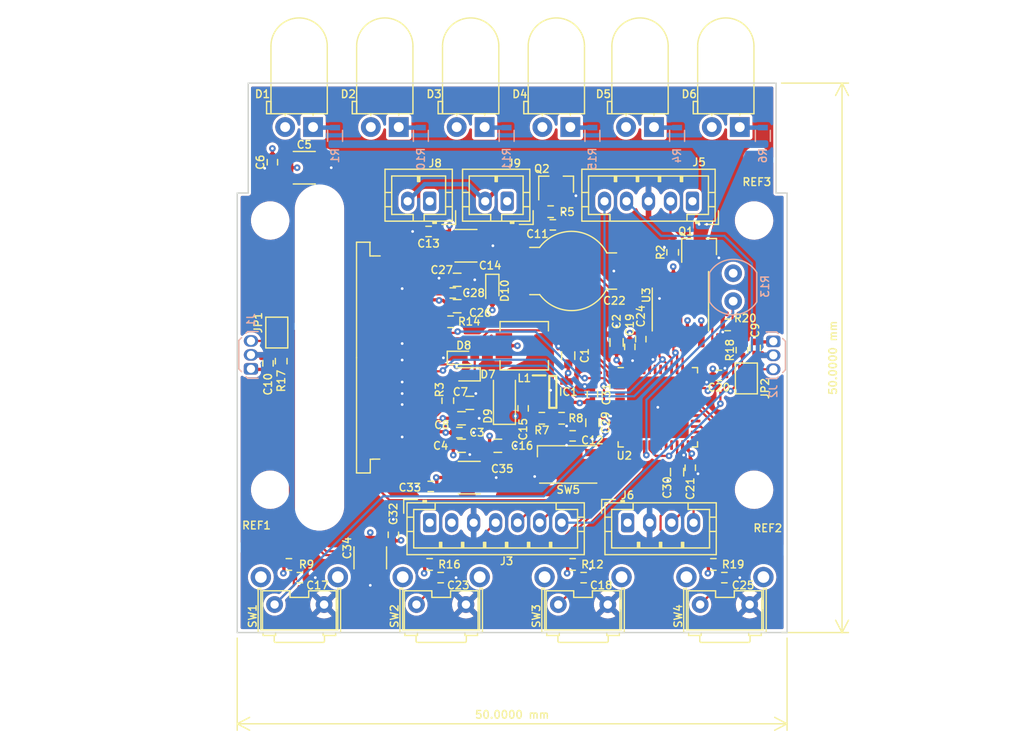
<source format=kicad_pcb>
(kicad_pcb (version 20210925) (generator pcbnew)
  (title_block (title "VESC_UI") (date "2021-08-06") (rev "v2.0.0"))
  (layers (0 "F.Cu" signal) (1 "In1.Cu" power "In1.Cu_GND") (2 "In2.Cu" power "In2.Cu_+3.3") (31 "B.Cu" signal) (34 "B.Paste" user) (35 "F.Paste" user) (36 "B.SilkS" user "B.Silkscreen") (37 "F.SilkS" user "F.Silkscreen") (38 "B.Mask" user) (39 "F.Mask" user) (44 "Edge.Cuts" user))
  (net 0 "")
  (net 1 "GND")
  (net 2 "+5V")
  (net 3 "+12V")
  (net 4 "/NRST")
  (net 5 "Net-(C22-Pad1)")
  (net 6 "Net-(D1-Pad1)")
  (net 7 "Net-(D2-Pad1)")
  (net 8 "Net-(D3-Pad1)")
  (net 9 "Net-(D4-Pad1)")
  (net 10 "Net-(D5-Pad1)")
  (net 11 "Net-(D6-Pad1)")
  (net 12 "Net-(J1-Pad3)")
  (net 13 "Net-(J2-Pad3)")
  (net 14 "/Accelerator")
  (net 15 "/USART2_TX")
  (net 16 "/USART2_RX")
  (net 17 "/Brake")
  (net 18 "/SWDCLK")
  (net 19 "/SWDIO")
  (net 20 "/USART1_TX")
  (net 21 "/USART1_RX")
  (net 22 "/SPI1_MOSI")
  (net 23 "/SPI1_SCK")
  (net 24 "/OLED_CS")
  (net 25 "/OLED_DC")
  (net 26 "/OLED_RST")
  (net 27 "Net-(Q1-Pad3)")
  (net 28 "/BUTTON_1")
  (net 29 "/BUTTON_2")
  (net 30 "/BUTTON_3")
  (net 31 "/BUTTON_4")
  (net 32 "/PHOTO_RESISTOR")
  (net 33 "/ADC1")
  (net 34 "/ADC2")
  (net 35 "/LIGHT_SW")
  (net 36 "/BUZZER")
  (net 37 "+3.3V")
  (net 38 "Net-(C7-Pad1)")
  (net 39 "Net-(C11-Pad2)")
  (net 40 "Net-(C15-Pad1)")
  (net 41 "Net-(C27-Pad1)")
  (net 42 "/EXT_FLASH_CS")
  (net 43 "Net-(C30-Pad1)")
  (net 44 "/SPI1_MISO")
  (net 45 "Net-(D7-Pad2)")
  (net 46 "Net-(D7-Pad1)")
  (net 47 "Net-(D9-Pad2)")
  (net 48 "Net-(K1-Pad22)")
  (net 49 "Net-(J8-Pad2)")
  (net 50 "Net-(K1-Pad5)")
  (footprint "LED_THT:LED_D5.0mm_Horizontal_O1.27mm_Z3.0mm_Clear" (layer "F.Cu") (at 159.7 79 180)
    (fp_text reference "D6")
    (fp_text value "LED 5mm - White")
  )
  (footprint "LED_THT:LED_D5.0mm_Horizontal_O1.27mm_Z3.0mm_Clear" (layer "F.Cu") (at 136.5 79 180)
    (fp_text reference "D3")
    (fp_text value "LED 5mm - White")
  )
  (footprint "DVB_Capacitors_Ceramic:C_0402" (layer "F.Cu") (at 144.5 107.1)
    (fp_text reference "C12")
    (fp_text value "C_0002")
  )
  (footprint "DVB_Capacitors_Ceramic:C_0402" (layer "F.Cu") (at 149.7 99 90)
    (fp_text reference "C19")
    (fp_text value "C_0002")
  )
  (footprint "LED_THT:LED_D5.0mm_Horizontal_O1.27mm_Z3.0mm_Clear" (layer "F.Cu") (at 120.9 79 180)
    (fp_text reference "D1")
    (fp_text value "LED 5mm - White")
  )
  (footprint "LED_THT:LED_D5.0mm_Horizontal_O1.27mm_Z3.0mm_Clear" (layer "F.Cu") (at 128.69 79 180)
    (fp_text reference "D2")
    (fp_text value "LED 5mm - White")
  )
  (footprint "LED_THT:LED_D5.0mm_Horizontal_O1.27mm_Z3.0mm_Clear" (layer "F.Cu") (at 144.29 79 180)
    (fp_text reference "D4")
    (fp_text value "LED 5mm - White")
  )
  (footprint "LED_THT:LED_D5.0mm_Horizontal_O1.27mm_Z3.0mm_Clear" (layer "F.Cu") (at 151.9 79 180)
    (fp_text reference "D5")
    (fp_text value "LED 5mm - White")
  )
  (footprint "DVB_Diodes:D_SOD-523-F" (layer "F.Cu") (at 137.2 93.9 -90)
    (fp_text reference "D10")
    (fp_text value "D_0022")
  )
  (footprint "Connector_JST:JST_PH_B5B-PH-K_1x05_P2.00mm_Vertical" (layer "F.Cu") (at 155.4 85.75 180)
    (fp_text reference "J5")
    (fp_text value "Conn_01x05_Male")
  )
  (footprint "Connector_JST:JST_PH_B4B-PH-K_1x04_P2.00mm_Vertical" (layer "F.Cu") (at 149.5 115)
    (fp_text reference "J6")
    (fp_text value "Conn_01x04_Male")
  )
  (footprint "DVB_Resistors:R_0402" (layer "F.Cu") (at 133.15 103.9 90)
    (fp_text reference "R3")
    (fp_text value "R_0110")
  )
  (footprint "DVB_Resistors:R_0402" (layer "F.Cu") (at 142.5 86.7 180)
    (fp_text reference "R5")
    (fp_text value "R_0034")
  )
  (footprint "DVB_Resistors:R_0402" (layer "F.Cu") (at 144.5 118.8 180)
    (fp_text reference "R12")
    (fp_text value "R_0020")
  )
  (footprint "Package_DFN_QFN:QFN-48-1EP_7x7mm_P0.5mm_EP5.6x5.6mm" (layer "F.Cu") (at 152.25 104.5)
    (fp_text reference "U2")
    (fp_text value "STM32F401CEUx")
  )
  (footprint "Connector_JST:JST_PH_B2B-PH-K_1x02_P2.00mm_Vertical" (layer "F.Cu") (at 131.5 85.75 180)
    (fp_text reference "J8")
    (fp_text value "Conn_01x02_Male")
  )
  (footprint "Connector_JST:JST_PH_B7B-PH-K_1x07_P2.00mm_Vertical" (layer "F.Cu") (at 131.5 115)
    (fp_text reference "J3")
    (fp_text value "Conn_01x07_Male")
  )
  (footprint "DVB_Resistors:R_0402" (layer "F.Cu") (at 153.6 90.4 -90)
    (fp_text reference "R2")
    (fp_text value "R_0034")
  )
  (footprint "MountingHole:MountingHole_3.2mm_M3_DIN965" (layer "F.Cu") (at 161 87.5)
    (fp_text reference "Hole4" hide)
    (fp_text value "MountingHole_3.2mm_M3_DIN965")
  )
  (footprint "MountingHole:MountingHole_3.2mm_M3_DIN965" (layer "F.Cu") (at 117 112)
    (fp_text reference "Hole2" hide)
    (fp_text value "MountingHole_3.2mm_M3_DIN965")
  )
  (footprint "MountingHole:MountingHole_3.2mm_M3_DIN965" (layer "F.Cu") (at 161 112)
    (fp_text reference "Hole3" hide)
    (fp_text value "MountingHole_3.2mm_M3_DIN965")
  )
  (footprint "DVB_Resistors:R_0402" (layer "F.Cu") (at 133.4 96.72)
    (fp_text reference "R14")
    (fp_text value "R_0019")
  )
  (footprint "DVB_Capacitors_Ceramic:C_0603" (layer "F.Cu") (at 148.5 98.6 90)
    (fp_text reference "C2")
    (fp_text value "C_0003")
  )
  (footprint "DVB_Resistors:R_0402" (layer "F.Cu") (at 118.7 118.8 180)
    (fp_text reference "R9")
    (fp_text value "R_0020")
  )
  (footprint "DVB_Resistors:R_0402" (layer "F.Cu") (at 141.7 105.5 180)
    (fp_text reference "R7")
    (fp_text value "R_0034")
  )
  (footprint "Connector_JST:JST_PH_B2B-PH-K_1x02_P2.00mm_Vertical" (layer "F.Cu") (at 138.55 85.75 180)
    (fp_text reference "J9")
    (fp_text value "Conn_01x02_Male")
  )
  (footprint "DVB_Capacitors_Ceramic:C_0402" (layer "F.Cu") (at 145.5 120 180)
    (fp_text reference "C18")
    (fp_text value "C_0002")
  )
  (footprint "DVB_Resistors:R_0402" (layer "F.Cu") (at 143.5 105.5 180)
    (fp_text reference "R8")
    (fp_text value "R_0020")
  )
  (footprint "DVB_Capacitors_Ceramic:C_0603" (layer "F.Cu") (at 144.1 99.8 -90)
    (fp_text reference "C1")
    (fp_text value "C_0003")
  )
  (footprint "DVB_SOT:SOT_23" (layer "F.Cu") (at 143 84.225 90)
    (fp_text reference "Q2")
    (fp_text value "Q_0020")
  )
  (footprint "Jumper:SolderJumper-2_P1.3mm_Open_TrianglePad1.0x1.5mm" (layer "F.Cu") (at 117.6 97.7 90)
    (fp_text reference "JP1")
    (fp_text value "Jumper_NC_Small")
  )
  (footprint "Jumper:SolderJumper-2_P1.3mm_Open_TrianglePad1.0x1.5mm" (layer "F.Cu") (at 160.3 101.875 -90)
    (fp_text reference "JP2")
    (fp_text value "Jumper_NC_Small")
  )
  (footprint "Package_SO:SOIC-8_3.9x4.9mm_P1.27mm" (layer "F.Cu") (at 154.3 95.6 -90)
    (fp_text reference "U3")
    (fp_text value "M95M04-DR")
  )
  (footprint "DVB_Capacitors_Ceramic:C_0402" (layer "F.Cu") (at 161.1 99.1 90)
    (fp_text reference "C9")
    (fp_text value "C_0002")
  )
  (footprint "DVB_Capacitors_Ceramic:C_0402" (layer "F.Cu") (at 140 104.6 -90)
    (fp_text reference "C15")
    (fp_text value "C_0051")
  )
  (footprint "DVB_Capacitors_Ceramic:C_0402" (layer "F.Cu") (at 157.8 101.6 180)
    (fp_text reference "C20")
    (fp_text value "C_0002")
  )
  (footprint "DVB_Capacitors_Ceramic:C_0402" (layer "F.Cu") (at 155.2 110 90)
    (fp_text reference "C21")
    (fp_text value "C_0002")
  )
  (footprint "DVB_Capacitors_Ceramic:C_0402" (layer "F.Cu") (at 150.7 98.3 90)
    (fp_text reference "C24")
    (fp_text value "C_0002")
  )
  (footprint "DVB_Capacitors_Supercap:CP_ELNA-DSK621" (layer "F.Cu") (at 144.4 92.1)
    (fp_text reference "C22")
    (fp_text value "C_0046")
  )
  (footprint "DVB_Capacitors_Ceramic:C_0402" (layer "F.Cu") (at 116.8 100.5 -90)
    (fp_text reference "C10")
    (fp_text value "C_0002")
  )
  (footprint "DVB_Resistors:R_0402" (layer "F.Cu") (at 118 100.3 -90)
    (fp_text reference "R17")
    (fp_text value "R_0001")
  )
  (footprint "DVB_Resistors:R_0402" (layer "F.Cu") (at 159.9 99.3 90)
    (fp_text reference "R18")
    (fp_text value "R_0001")
  )
  (footprint "DVB_Capacitors_Ceramic:C_0402" (layer "F.Cu") (at 132.5 120 180)
    (fp_text reference "C23")
    (fp_text value "C_0002")
  )
  (footprint "DVB_SOT:SOT_23" (layer "F.Cu") (at 156 89.9 90)
    (fp_text reference "Q1")
    (fp_text value "Q_0020")
  )
  (footprint "DVB_Capacitors_Ceramic:C_0402" (layer "F.Cu") (at 117.2 82.2 90)
    (fp_text reference "C6")
    (fp_text value "C_0002")
  )
  (footprint "MountingHole:MountingHole_3.2mm_M3_DIN965" (layer "F.Cu") (at 117 87.5)
    (fp_text reference "Hole1" hide)
    (fp_text value "MountingHole_3.2mm_M3_DIN965")
  )
  (footprint "DVB_Capacitors_Ceramic:C_0402" (layer "F.Cu") (at 133.6 94.1)
    (fp_text reference "C28")
    (fp_text value "C_0002")
  )
  (footprint "DVB_Buttons:Vertical_push_button" (layer "F.Cu") (at 119.65 121.198)
    (fp_text reference "SW1")
    (fp_text value "Vertical push button")
  )
  (footprint "DVB_Diodes:D_SOD-123" (layer "F.Cu") (at 138.3 103.7 90)
    (fp_text reference "D9")
    (fp_text value "D_0016")
  )
  (footprint "DVB_Capacitors_Ceramic:C_0603" (layer "F.Cu") (at 134.4 108)
    (fp_text reference "C4")
    (fp_text value "C_0003")
  )
  (footprint "DVB_Capacitors_Ceramic:C_0603" (layer "F.Cu") (at 134 95.3 180)
    (fp_text reference "C26")
    (fp_text value "C_0037")
  )
  (footprint "DVB_Diodes:D_SOD-523-F" (layer "F.Cu") (at 134.6 100)
    (fp_text reference "D8")
    (fp_text value "D_0022")
  )
  (footprint "SamacSys_Parts:SOT95P280X145-5N" (layer "F.Cu") (at 142.7 103.1)
    (fp_text reference "IC1")
    (fp_text value "FAN5331SX" hide)
  )
  (footprint "DVB_Displays:OLED128x128-1P5" (layer "F.Cu") (at 127 99.975 -90)
    (fp_text reference "K1" hide)
    (fp_text value "K_0051-OBSOLETE")
  )
  (footprint "DVB_Capacitors_Ceramic:C_0603" (layer "F.Cu") (at 146.3 105.9 90)
    (fp_text reference "C29")
    (fp_text value "C_0037")
  )
  (footprint "DVB_Resistors:R_0402" (layer "F.Cu") (at 131.5 118.8 180)
    (fp_text reference "R16")
    (fp_text value "R_0020")
  )
  (footprint "DVB_Capacitors_Ceramic:C_0402" (layer "F.Cu") (at 119.7 120 180)
    (fp_text reference "C17")
    (fp_text value "C_0002")
  )
  (footprint "DVB_Buttons:Vertical_push_button" (layer "F.Cu") (at 132.55 121.198)
    (fp_text reference "SW2")
    (fp_text value "Vertical push button")
  )
  (footprint "DVB_Capacitors_Ceramic:C_0603" (layer "F.Cu") (at 134.4 105.5)
    (fp_text reference "C8")
    (fp_text value "C_0037")
  )
  (footprint "DVB_Capacitors_Ceramic:C_0603" (layer "F.Cu") (at 137.7 108)
    (fp_text reference "C16")
    (fp_text value "C_0003")
  )
  (footprint "DVB_Capacitors_Ceramic:C_0402" (layer "F.Cu") (at 128.2 116.1 -90)
    (fp_text reference "C32")
    (fp_text value "C_0002")
  )
  (footprint "DVB_Capacitors_Ceramic:C_0402" (layer "F.Cu") (at 131.4 88.5)
    (fp_text reference "C13")
    (fp_text value "C_0002")
  )
  (footprint "DVB_Buttons:Vertical_push_button" (layer "F.Cu") (at 145.45 121.198)
    (fp_text reference "SW3")
    (fp_text value "Vertical push button")
  )
  (footprint "DVB_Buttons:PTS810" (layer "F.Cu") (at 144.1 109.7)
    (fp_text reference "SW5")
    (fp_text value "SW_0003")
  )
  (footprint "DVB_Capacitors_Ceramic:C_0402" (layer "F.Cu") (at 142.7 87.9 180)
    (fp_text reference "C11")
    (fp_text value "C_0002")
  )
  (footprint "DVB_Capacitors_Ceramic:C_0603" (layer "F.Cu") (at 135.15 104.1)
    (fp_text reference "C7")
    (fp_text value "C_0003")
  )
  (footprint "DVB_Capacitors_Ceramic:C_1210" (layer "F.Cu") (at 120.1 82.7)
    (fp_text reference "C5")
    (fp_text value "C_0040")
  )
  (footprint "DVB_Fiducials:REF_1mm" (layer "F.Cu") (at 161.25 82)
    (fp_text reference "REF3")
    (fp_text value "CircleWhite1mm")
  )
  (footprint "DVB_Resistors:R_0402" (layer "F.Cu") (at 157.3 118.8 180)
    (fp_text reference "R19")
    (fp_text value "R_0020")
  )
  (footprint "DVB_Capacitors_Ceramic:C_1210" (layer "F.Cu") (at 134.8 89.8)
    (fp_text reference "C14")
    (fp_text value "C_0040")
  )
  (footprint "DVB_Capacitors_Ceramic:C_0603" (layer "F.Cu") (at 154 110.4 -90)
    (fp_text reference "C30")
    (fp_text value "C_0003")
  )
  (footprint "DVB_Capacitors_Ceramic:C_0402" (layer "F.Cu") (at 131.6 111.7)
    (fp_text reference "C33")
    (fp_text value "C_0002")
  )
  (footprint "DVB_Capacitors_Ceramic:C_0402" (layer "F.Cu") (at 158.3 120 180)
    (fp_text reference "C25")
    (fp_text value "C_0002")
  )
  (footprint "DVB_Capacitors_Ceramic:C_1210" (layer "F.Cu") (at 135.1 110.9)
    (fp_text reference "C35")
    (fp_text value "C_0040")
  )
  (footprint "DVB_Capacitors_Ceramic:C_0402" (layer "F.Cu") (at 134.2 106.8 180)
    (fp_text reference "C3")
    (fp_text value "C_0002")
  )
  (footprint "DVB_Fiducials:REF_1mm" (layer "F.Cu") (at 115.75 117.25)
    (fp_text reference "REF1")
    (fp_text value "CircleWhite1mm")
  )
  (footprint "DVB_Buttons:Vertical_push_button" (layer "F.Cu") (at 158.35 121.198)
    (fp_text reference "SW4")
    (fp_text value "Vertical push button")
  )
  (footprint "DVB_Resistors:R_0402" (layer "F.Cu") (at 158.6 97)
    (fp_text reference "R20")
    (fp_text value "R_0020")
  )
  (footprint "DVB_Inductors:L_4012-Wurth" (layer "F.Cu") (at 140.1 98.9 180)
    (fp_text reference "L1")
    (fp_text value "L_0006")
  )
  (footprint "DVB_Fiducials:REF_1mm" (layer "F.Cu") (at 162.25 117.5)
    (fp_text reference "REF2")
    (fp_text value "CircleWhite1mm")
  )
  (footprint "DVB_Capacitors_Ceramic:C_1210" (layer "F.Cu") (at 126.1 118.2 -90)
    (fp_text reference "C34")
    (fp_text value "C_0040")
  )
  (footprint "DVB_Diodes:D_SOD-523-F" (layer "F.Cu") (at 134.6 101.5 180)
    (fp_text reference "D7")
    (fp_text value "D_0022")
  )
  (footprint "DVB_Capacitors_Ceramic:C_0603" (layer "F.Cu") (at 134 92.9)
    (fp_text reference "C27")
    (fp_text value "C_0003")
  )
  (footprint "DVB_Capacitors_Ceramic:C_0402" (layer "F.Cu") (at 146.3 103.3 -90)
    (fp_text reference "C31")
    (fp_text value "C_0002")
  )
  (footprint "DVB_Resistors:R_0603" (layer "B.Cu") (at 154 79.8 -90)
    (fp_text reference "R4")
    (fp_text value "R_0110")
  )
  (footprint "DVB_Resistors:R_0603" (layer "B.Cu") (at 122.9 79.8 -90)
    (fp_text reference "R1")
    (fp_text value "R_0110")
  )
  (footprint "DVB_Resistors:R_0603" (layer "B.Cu") (at 161.8 79.8 -90)
    (fp_text reference "R6")
    (fp_text value "R_0110")
  )
  (footprint "Package_TO_SOT_THT:TO-92Flat" (layer "B.Cu") (at 115.25 101 90)
    (fp_text reference "J1")
    (fp_text value "Hall_DRV5055-Q1")
  )
  (footprint "OptoDevice:R_LDR_4.9x4.2mm_P2.54mm_Vertical" (layer "B.Cu") (at 159.1 92.3 -90)
    (fp_text reference "R13")
    (fp_text value "NSL-19M51")
  )
  (footprint "Package_TO_SOT_THT:TO-92Flat" (layer "B.Cu") (at 162.75 98.5 -90)
    (fp_text reference "J2")
    (fp_text value "Hall_DRV5055-Q1")
  )
  (footprint "DVB_Resistors:R_0603" (layer "B.Cu") (at 130.7 79.8 -90)
    (fp_text reference "R10")
    (fp_text value "R_0110")
  )
  (footprint "DVB_Resistors:R_0603" (layer "B.Cu") (at 138.5 79.8 -90)
    (fp_text reference "R11")
    (fp_text value "R_0110")
  )
  (footprint "DVB_Resistors:R_0603" (layer "B.Cu") (at 146.3 79.8 -90)
    (fp_text reference "R15")
    (fp_text value "R_0110")
  )
  (gr_line (start 164 85) (end 164 125) (layer "Edge.Cuts") (width 0.127))
  (gr_line (start 114 125) (end 114 85) (layer "Edge.Cuts") (width 0.127))
  (gr_line (start 163 85) (end 164 85) (layer "Edge.Cuts") (width 0.127))
  (gr_line (start 163 75) (end 163 85) (layer "Edge.Cuts") (width 0.127))
  (gr_line (start 114 85) (end 115 85) (layer "Edge.Cuts") (width 0.127))
  (gr_line (start 115 85) (end 115 75) (layer "Edge.Cuts") (width 0.127))
  (gr_line (start 115 75) (end 163 75) (layer "Edge.Cuts") (width 0.127))
  (gr_line (start 164 125) (end 114 125) (layer "Edge.Cuts") (width 0.127))
  (dimension (type aligned) (layer "F.SilkS") (pts (xy 114 125) (xy 164 125)) (height 8.3) (gr_text "50,0000 mm" (at 139 132.473) (layer "F.SilkS") (effects (font (size 0.7 0.7) (thickness 0.127)))) (format (units 3) (units_format 1) (precision 4)) (style (thickness 0.127) (arrow_length 1.27) (text_position_mode 0) (extension_height 0.58642) (extension_offset 0.5) keep_text_aligned))
  (dimension (type aligned) (layer "F.SilkS") (pts (xy 163 75) (xy 163 125)) (height -6) (gr_text "50,0000 mm" (at 168.173 100 90) (layer "F.SilkS") (effects (font (size 0.7 0.7) (thickness 0.127)))) (format (units 3) (units_format 1) (precision 4)) (style (thickness 0.127) (arrow_length 1.27) (text_position_mode 0) (extension_height 0.58642) (extension_offset 0.5) keep_text_aligned))
  (segment (start 153.15 111.15) (end 154 111.15) (width 0.3) (layer "F.Cu") (net 1))
  (segment (start 151.5 100.45) (end 151.8 100.15) (width 0.3) (layer "F.Cu") (net 1))
  (segment (start 144.1 99.05) (end 143.334124 99.05) (width 0.3) (layer "F.Cu") (net 1))
  (segment (start 135.15 108.8) (end 135.15 108) (width 0.3) (layer "F.Cu") (net 1))
  (segment (start 130.3 111.7) (end 131.05 111.7) (width 0.3) (layer "F.Cu") (net 1))
  (segment (start 130.255095 103.223416) (end 129.026584 103.223416) (width 0.3) (layer "F.Cu") (net 1))
  (segment (start 134.75 94.2) (end 134.75 95.3) (width 0.3) (layer "F.Cu") (net 1))
  (segment (start 135.6 92.9) (end 134.75 92.9) (width 0.3) (layer "F.Cu") (net 1))
  (segment (start 129.026584 104.223416) (end 129 104.25) (width 0.3) (layer "F.Cu") (net 1))
  (segment (start 150.7 99.192794) (end 150.342794 99.55) (width 0.3) (layer "F.Cu") (net 1))
  (segment (start 130.255095 102.223416) (end 129.023416 102.223416) (width 0.3) (layer "F.Cu") (net 1))
  (segment (start 158.85 120) (end 159.7 120) (width 0.3) (layer "F.Cu") (net 1))
  (segment (start 139.3 108) (end 138.45 108) (width 0.3) (layer "F.Cu") (net 1))
  (segment (start 130.255095 99.223416) (end 129.023416 99.223416) (width 0.3) (layer "F.Cu") (net 1))
  (segment (start 130.255095 103.723416) (end 129.023416 103.723416) (width 0.3) (layer "F.Cu") (net 1))
  (segment (start 143.975 85.25) (end 143.95 85.225) (width 0.3) (layer "F.Cu") (net 1))
  (segment (start 129.023416 107.223416) (end 129 107.2) (width 0.3) (layer "F.Cu") (net 1))
  (segment (start 143.65 86.75) (end 143 86.75) (width 0.3) (layer "F.Cu") (net 1))
  (segment (start 130.255095 107.223416) (end 129.023416 107.223416) (width 0.3) (layer "F.Cu") (net 1))
  (segment (start 142.025 110.775) (end 141.075 110.775) (width 0.3) (layer "F.Cu") (net 1))
  (segment (start 147.95932 105.3006) (end 148.00992 105.25) (width 0.3) (layer "F.Cu") (net 1))
  (segment (start 122.55 82.7) (end 121.6 82.7) (width 0.3) (layer "F.Cu") (net 1))
  (segment (start 155.9 110.55) (end 155.2 110.55) (width 0.3) (layer "F.Cu") (net 1))
  (segment (start 129 100.2) (end 129 99.8) (width 0.3) (layer "F.Cu") (net 1))
  (segment (start 134.8701 94.0799) (end 134.75 94.2) (width 0.3) (layer "F.Cu") (net 1))
  (segment (start 152.85 89.95) (end 153.6 89.95) (width 0.3) (layer "F.Cu") (net 1))
  (segment (start 116.3 99.95) (end 116.08 99.73) (width 0.3) (layer "F.Cu") (net 1))
  (segment (start 130.255095 93.723416) (end 129.023416 93.723416) (width 0.3) (layer "F.Cu") (net 1))
  (segment (start 152.395 94.595) (end 152.4 94.6) (width 0.3) (layer "F.Cu") (net 1))
  (segment (start 129 98.7) (end 129 99.2) (width 0.3) (layer "F.Cu") (net 1))
  (segment (start 161.22 99.77) (end 161.1 99.65) (width 0.3) (layer "F.Cu") (net 1))
  (segment (start 130.85 88.5) (end 129.95 88.5) (width 0.3) (layer "F.Cu") (net 1))
  (segment (start 155.6875 102.25) (end 156.654507 102.25) (width 0.4) (layer "F.Cu") (net 1))
  (segment (start 148.25 92.1) (end 149.55 92.1) (width 0.3) (layer "F.Cu") (net 1))
  (segment (start 145.6 102.6) (end 145.75 102.75) (width 0.3) (layer "F.Cu") (net 1))
  (segment (start 143 86.75) (end 142.95 86.7) (width 0.3) (layer "F.Cu") (net 1))
  (segment (start 150 101.0625) (end 150 100.306555) (width 0.3) (layer "F.Cu") (net 1))
  (segment (start 142.349531 103.1) (end 141.45 103.1) (width 0.3) (layer "F.Cu") (net 1))
  (segment (start 130.255095 100.223416) (end 129.023416 100.223416) (width 0.3) (layer "F.Cu") (net 1))
  (segment (start 150 100.306555) (end 149.9505 100.257055) (width 0.3) (layer "F.Cu") (net 1))
  (segment (start 130.255095 104.223416) (end 129.026584 104.223416) (width 0.3) (layer "F.Cu") (net 1))
  (segment (start 121.1 120) (end 120.25 120) (width 0.3) (layer "F.Cu") (net 1))
  (segment (start 150.7 98.85) (end 150.7 99.192794) (width 0.3) (layer "F.Cu") (net 1))
  (segment (start 148.00992 105.25) (end 148.8125 105.25) (width 0.3) (layer "F.Cu") (net 1))
  (segment (start 144.8 85.25) (end 143.975 85.25) (width 0.3) (layer "F.Cu") (net 1))
  (segment (start 130.255095 98.723416) (end 129.023416 98.723416) (width 0.3) (layer "F.Cu") (net 1))
  (segment (start 141.075 110.775) (end 141.05 110.8) (width 0.3) (layer "F.Cu") (net 1))
  (segment (start 149.7 99.55) (end 149.7 100.006555) (width 0.3) (layer "F.Cu") (net 1))
  (segment (start 151.5 101.0625) (end 151.5 100.45) (width 0.3) (layer "F.Cu") (net 1))
  (segment (start 116.8 99.95) (end 116.3 99.95) (width 0.3) (layer "F.Cu") (net 1))
  (segment (start 145.75 102.75) (end 146.3 102.75) (width 0.3) (layer "F.Cu") (net 1))
  (segment (start 146.05 120) (end 146.05 119.25) (width 0.3) (layer "F.Cu") (net 1))
  (segment (start 157.8 90.9) (end 156.95 90.9) (width 0.3) (layer "F.Cu") (net 1))
  (segment (start 129.026584 103.223416) (end 129 103.25) (width 0.3) (layer "F.Cu") (net 1))
  (segment (start 132.75 100) (end 133.6 100) (width 0.3) (layer "F.Cu") (net 1))
  (segment (start 135.699444 103.250556) (end 135.9 103.451112) (width 0.3) (layer "F.Cu") (net 1))
  (segment (start 129 102.2) (end 129 102.6) (width 0.3) (layer "F.Cu") (net 1))
  (segment (start 152.395 93.125) (end 152.395 94.595) (width 0.3) (layer "F.Cu") (net 1))
  (segment (start 162.75 99.77) (end 161.22 99.77) (width 0.3) (layer "F.Cu") (net 1))
  (segment (start 156.654507 102.25) (end 156.688733 102.215774) (width 0.4) (layer "F.Cu") (net 1))
  (segment (start 129.023416 102.223416) (end 129 102.2) (width 0.3) (layer "F.Cu") (net 1))
  (segment (start 129.023416 93.723416) (end 129 93.7) (width 0.3) (layer "F.Cu") (net 1))
  (segment (start 129 103.25) (end 129 103.7) (width 0.3) (layer "F.Cu") (net 1))
  (segment (start 126.1 119.7) (end 126.1 120.7) (width 0.3) (layer "F.Cu") (net 1))
  (segment (start 135 94.0799) (end 134.1701 94.0799) (width 0.3) (layer "F.Cu") (net 1))
  (segment (start 129.023416 98.723416) (end 129 98.7) (width 0.3) (layer "F.Cu") (net 1))
  (segment (start 129 99.8) (end 129.076584 99.723416) (width 0.3) (layer "F.Cu") (net 1))
  (segment (start 146.05 119.25) (end 146.1 119.2) (width 0.3) (layer "F.Cu") (net 1))
  (segment (start 133.05 120) (end 133.9 120) (width 0.3) (layer "F.Cu") (net 1))
  (segment (start 130.255095 102.723416) (end 129.123416 102.723416) (width 0.3) (layer "F.Cu") (net 1))
  (segment (start 135.5 106.8) (end 134.75 106.8) (width 0.3) (layer "F.Cu") (net 1))
  (segment (start 149.7 100.006555) (end 149.9505 100.257055) (width 0.3) (layer "F.Cu") (net 1))
  (segment (start 129.123416 102.723416) (end 129 102.6) (width 0.3) (layer "F.Cu") (net 1))
  (segment (start 129.023416 99.223416) (end 129 99.2) (width 0.3) (layer "F.Cu") (net 1))
  (segment (start 128.2 115.55) (end 128.2 114.7) (width 0.3) (layer "F.Cu") (net 1))
  (segment (start 136 105.5) (end 135.15 105.5) (width 0.3) (layer "F.Cu") (net 1))
  (segment (start 136.6 110.9) (end 137.55 110.9) (width 0.3) (layer "F.Cu") (net 1))
  (segment (start 158.15 97.65) (end 158.15 97) (width 0.3) (layer "F.Cu") (net 1))
  (segment (start 135 94.0799) (end 134.8701 94.0799) (width 0.3) (layer "F.Cu") (net 1))
  (segment (start 146.3 107.4) (end 146.3 106.65) (width 0.3) (layer "F.Cu") (net 1))
  (segment (start 134.1701 94.0799) (end 134.15 94.1) (width 0.3) (layer "F.Cu") (net 1))
  (segment (start 158.35 100.95) (end 158.35 101.6) (width 0.4) (layer "F.Cu") (net 1))
  (segment (start 116.5 82.75) (end 117.2 82.75) (width 0.3) (layer "F.Cu") (net 1))
  (segment (start 116.08 99.73) (end 115.25 99.73) (width 0.3) (layer "F.Cu") (net 1))
  (segment (start 129 103.7) (end 129.023416 103.723416) (width 0.3) (layer "F.Cu") (net 1))
  (segment (start 130.255095 99.723416) (end 129.076584 99.723416) (width 0.3) (layer "F.Cu") (net 1))
  (segment (start 142.5 102.949531) (end 142.349531 103.1) (width 0.3) (layer "F.Cu") (net 1))
  (segment (start 137.25 89.8) (end 136.3 89.8) (width 0.3) (layer "F.Cu") (net 1))
  (segment (start 154.5 108.75) (end 154.6 108.85) (width 0.3) (layer "F.Cu") (net 1))
  (segment (start 129.023416 100.223416) (end 129 100.2) (width 0.3) (layer "F.Cu") (net 1))
  (segment (start 148.5 97.85) (end 148.5 97.1) (width 0.3) (layer "F.Cu") (net 1))
  (segment (start 143.334124 99.05) (end 143.217062 98.932938) (width 0.3) (layer "F.Cu") (net 1))
  (segment (start 154.5 107.9375) (end 154.5 108.75) (width 0.3) (layer "F.Cu") (net 1))
  (segment (start 130.255095 92.723416) (end 132.323416 92.723416) (width 0.3) (layer "F.Cu") (net 1))
  (segment (start 135.9 103.451112) (end 135.9 104.1) (width 0.3) (layer "F.Cu") (net 1))
  (segment (start 143.95 107.1) (end 143.95 107.95) (width 0.2) (layer "F.Cu") (net 1))
  (segment (start 143.95 106.2035) (end 143.95 105.5) (width 0.3) (layer "F.Cu") (net 1))
  (segment (start 150.342794 99.55) (end 149.7 99.55) (width 0.3) (layer "F.Cu") (net 1))
  (segment (start 132.323416 92.723416) (end 132.35 92.75) (width 0.3) (layer "F.Cu") (net 1))
  (via (at 142.5 102.949531) (size 0.6) (drill 0.25) (layers "F.Cu" "B.Cu") (net 1))
  (via (at 152.4 94.6) (size 0.6) (drill 0.25) (layers "F.Cu" "B.Cu") (net 1))
  (via (at 143.217062 98.932938) (size 0.6) (drill 0.25) (layers "F.Cu" "B.Cu") (net 1))
  (via (at 156.688733 102.215774) (size 0.6) (drill 0.25) (layers "F.Cu" "B.Cu") (net 1))
  (via (at 129 103.25) (size 0.6) (drill 0.25) (layers "F.Cu" "B.Cu") (net 1))
  (via (at 129 104.25) (size 0.6) (drill 0.25) (layers "F.Cu" "B.Cu") (net 1))
  (via (at 137.55 110.9) (size 0.6) (drill 0.25) (layers "F.Cu" "B.Cu") (net 1))
  (via (at 141.05 110.8) (size 0.6) (drill 0.25) (layers "F.Cu" "B.Cu") (net 1))
  (via (at 143.65 86.75) (size 0.6) (drill 0.25) (layers "F.Cu" "B.Cu") (net 1))
  (via (at 143.95 107.95) (size 0.6) (drill 0.25) (layers "F.Cu" "B.Cu") (net 1))
  (via (at 129 93.7) (size 0.6) (drill 0.25) (layers "F.Cu" "B.Cu") (net 1))
  (via (at 149.9505 100.257055) (size 0.6) (drill 0.25) (layers "F.Cu" "B.Cu") (net 1))
  (via (at 129.95 88.5) (size 0.6) (drill 0.25) (layers "F.Cu" "B.Cu") (net 1))
  (via (at 151.8 100.15) (size 0.6) (drill 0.25) (layers "F.Cu" "B.Cu") (net 1))
  (via (at 129 102.2) (size 0.6) (drill 0.25) (layers "F.Cu" "B.Cu") (net 1))
  (via (at 130.3 111.7) (size 0.6) (drill 0.25) (layers "F.Cu" "B.Cu") (net 1))
  (via (at 128.2 114.7) (size 0.6) (drill 0.25) (layers "F.Cu" "B.Cu") (net 1))
  (via (at 129 100.2) (size 0.6) (drill 0.25) (layers "F.Cu" "B.Cu") (net 1))
  (via (at 135.6 92.9) (size 0.6) (drill 0.25) (layers "F.Cu" "B.Cu") (net 1))
  (via (at 135.5 106.8) (size 0.6) (drill 0.25) (layers "F.Cu" "B.Cu") (net 1))
  (via (at 158.15 97.65) (size 0.6) (drill 0.25) (layers "F.Cu" "B.Cu") (net 1))
  (via (at 146.1 119.2) (size 0.6) (drill 0.25) (layers "F.Cu" "B.Cu") (net 1))
  (via (at 135 94.0799) (size 0.6) (drill 0.25) (layers "F.Cu" "B.Cu") (net 1))
  (via (at 155.9 110.55) (size 0.6) (drill 0.25) (layers "F.Cu" "B.Cu") (net 1))
  (via (at 152.25 104.5) (size 0.6) (drill 0.25) (layers "F.Cu" "B.Cu") (net 1))
  (via (at 133.9 120) (size 0.6) (drill 0.25) (layers "F.Cu" "B.Cu") (net 1))
  (via (at 153.15 111.15) (size 0.6) (drill 0.25) (layers "F.Cu" "B.Cu") (net 1))
  (via (at 136 105.5) (size 0.6) (drill 0.25) (layers "F.Cu" "B.Cu") (net 1))
  (via (at 158.35 100.95) (size 0.6) (drill 0.25) (layers "F.Cu" "B.Cu") (net 1))
  (via (at 152.85 89.95) (size 0.6) (drill 0.25) (layers "F.Cu" "B.Cu") (net 1))
  (via (at 135.699444 103.250556) (size 0.6) (drill 0.25) (layers "F.Cu" "B.Cu") (net 1))
  (via (at 159.7 120) (size 0.6) (drill 0.25) (layers "F.Cu" "B.Cu") (net 1))
  (via (at 132.75 100) (size 0.6) (drill 0.25) (layers "F.Cu" "B.Cu") (net 1))
  (via (at 143.95 106.2035) (size 0.6) (drill 0.25) (layers "F.Cu" "B.Cu") (net 1))
  (via (at 144.8 85.25) (size 0.6) (drill 0.25) (layers "F.Cu" "B.Cu") (net 1))
  (via (at 157.8 90.9) (size 0.6) (drill 0.25) (layers "F.Cu" "B.Cu") (net 1))
  (via (at 148.5 97.1) (size 0.6) (drill 0.25) (layers "F.Cu" "B.Cu") (net 1))
  (via (at 154.6 108.85) (size 0.6) (drill 0.25) (layers "F.Cu" "B.Cu") (net 1))
  (via (at 148.25 92.1) (size 0.6) (drill 0.25) (layers "F.Cu" "B.Cu") (net 1))
  (via (at 147.95932 105.3006) (size 0.6) (drill 0.25) (layers "F.Cu" "B.Cu") (net 1))
  (via (at 121.1 120) (size 0.6) (drill 0.25) (layers "F.Cu" "B.Cu") (net 1))
  (via (at 122.55 82.7) (size 0.6) (drill 0.25) (layers "F.Cu" "B.Cu") (net 1))
  (via (at 145.6 102.6) (size 0.6) (drill 0.25) (layers "F.Cu" "B.Cu") (net 1))
  (via (at 129 98.7) (size 0.6) (drill 0.25) (layers "F.Cu" "B.Cu") (net 1))
  (via (at 139.3 108) (size 0.6) (drill 0.25) (layers "F.Cu" "B.Cu") (net 1))
  (via (at 116.5 82.75) (size 0.6) (drill 0.25) (layers "F.Cu" "B.Cu") (net 1))
  (via (at 132.35 92.75) (size 0.6) (drill 0.25) (layers "F.Cu" "B.Cu") (net 1))
  (via (at 137.25 89.8) (size 0.6) (drill 0.25) (layers "F.Cu" "B.Cu") (net 1))
  (via (at 126.1 120.7) (size 0.6) (drill 0.25) (layers "F.Cu" "B.Cu") (net 1))
  (via (at 146.3 107.4) (size 0.6) (drill 0.25) (layers "F.Cu" "B.Cu") (net 1))
  (via (at 129 107.2) (size 0.6) (drill 0.25) (layers "F.Cu" "B.Cu") (net 1))
  (via (at 135.15 108.8) (size 0.6) (drill 0.25) (layers "F.Cu" "B.Cu") (net 1))
  (segment (start 126.1 116.7) (end 126.1 115.9) (width 0.3) (layer "F.Cu") (net 2))
  (segment (start 118.85 82.45) (end 118.6 82.7) (width 0.3) (layer "F.Cu") (net 2))
  (segment (start 119.45 82.7) (end 118.6 82.7) (width 0.3) (layer "F.Cu") (net 2))
  (segment (start 128.2 116.65) (end 128.85 116.65) (width 0.3) (layer "F.Cu") (net 2))
  (segment (start 117.2 81.65) (end 118.85 81.65) (width 0.3) (layer "F.Cu") (net 2))
  (segment (start 126.1 116.7) (end 128.15 116.7) (width 0.3) (layer "F.Cu") (net 2))
  (segment (start 128.85 116.65) (end 128.9 116.6) (width 0.3) (layer "F.Cu") (net 2))
  (segment (start 118.85 81.65) (end 118.85 82.45) (width 0.3) (layer "F.Cu") (net 2))
  (segment (start 128.15 116.7) (end 128.2 116.65) (width 0.3) (layer "F.Cu") (net 2))
  (segment (start 117.2 80.95) (end 117.2 81.65) (width 0.3) (layer "F.Cu") (net 2))
  (via (at 126.1 115.9) (size 0.6) (drill 0.25) (layers "F.Cu" "B.Cu") (net 2))
  (via (at 128.9 116.6) (size 0.6) (drill 0.25) (layers "F.Cu" "B.Cu") (net 2))
  (via (at 117.2 80.95) (size 0.6) (drill 0.25) (layers "F.Cu" "B.Cu") (net 2))
  (via (at 119.45 82.7) (size 0.6) (drill 0.25) (layers "F.Cu" "B.Cu") (net 2))
  (segment (start 132.881916 106.723416) (end 130.255095 106.723416) (width 0.3) (layer "F.Cu") (net 3))
  (segment (start 139.2506 105.35) (end 139.3 105.3006) (width 0.3) (layer "F.Cu") (net 3))
  (segment (start 132.9585 106.8) (end 133.65 106.8) (width 0.3) (layer "F.Cu") (net 3))
  (segment (start 133.3 88.5) (end 133.3 89.8) (width 0.3) (layer "F.Cu") (net 3))
  (segment (start 132.9585 106.8) (end 132.881916 106.723416) (width 0.3) (layer "F.Cu") (net 3))
  (segment (start 136.95 107.1) (end 136.95 108) (width 0.3) (layer "F.Cu") (net 3))
  (segment (start 138.3 105.35) (end 139.2506 105.35) (width 0.3) (layer "F.Cu") (net 3))
  (segment (start 133.65 108) (end 133.65 106.8) (width 0.3) (layer "F.Cu") (net 3))
  (segment (start 133.3 89.8) (end 133.3 87.95) (width 0.3) (layer "F.Cu") (net 3))
  (segment (start 131.95 88.5) (end 133.3 88.5) (width 0.3) (layer "F.Cu") (net 3))
  (segment (start 133.65 108.85) (end 133.65 108) (width 0.3) (layer "F.Cu") (net 3))
  (via (at 133.3 87.95) (size 0.6) (drill 0.25) (layers "F.Cu" "B.Cu") (net 3))
  (via (at 139.3 105.3006) (size 0.6) (drill 0.25) (layers "F.Cu" "B.Cu") (net 3))
  (via (at 136.95 107.1) (size 0.6) (drill 0.25) (layers "F.Cu" "B.Cu") (net 3))
  (via (at 132.9585 106.8) (size 0.6) (drill 0.25) (layers "F.Cu" "B.Cu") (net 3))
  (via (at 133.65 108.85) (size 0.6) (drill 0.25) (layers "F.Cu" "B.Cu") (net 3))
  (segment (start 147.35 102.577112) (end 147.35 104.4) (width 0.2) (layer "F.Cu") (net 4))
  (segment (start 145.8599 104.4004) (end 145.05 105.2103) (width 0.2) (layer "F.Cu") (net 4))
  (segment (start 147.35 104.4) (end 146.85 104.4) (width 0.2) (layer "F.Cu") (net 4))
  (segment (start 146.85 104.4) (end 146.8496 104.4004) (width 0.2) (layer "F.Cu") (net 4))
  (segment (start 146.175 108.625) (end 145.975 108.625) (width 0.2) (layer "F.Cu") (net 4))
  (segment (start 148.8125 104.75) (end 147.7 104.75) (width 0.2) (layer "F.Cu") (net 4))
  (segment (start 147.7 104.75) (end 147.35 104.4) (width 0.2) (layer "F.Cu") (net 4))
  (segment (start 145.975 108.625) (end 145.05 107.7) (width 0.2) (layer "F.Cu") (net 4))
  (segment (start 147.311444 102.538556) (end 147.35 102.577112) (width 0.2) (layer "F.Cu") (net 4))
  (segment (start 145.05 107.7) (end 145.05 107.1) (width 0.2) (layer "F.Cu") (net 4))
  (segment (start 145.05 105.2103) (end 145.05 107.1) (width 0.2) (layer "F.Cu") (net 4))
  (segment (start 146.8496 104.4004) (end 145.8599 104.4004) (width 0.2) (layer "F.Cu") (net 4))
  (via (at 147.311444 102.538556) (size 0.6) (drill 0.25) (layers "F.Cu" "B.Cu") (net 4))
  (segment (start 147.4 102.45) (end 147.4 85.75) (width 0.2) (layer "B.Cu") (net 4))
  (segment (start 147.311444 102.538556) (end 147.4 102.45) (width 0.2) (layer "B.Cu") (net 4))
  (segment (start 138.6 92.9) (end 139.4 92.1) (width 0.2) (layer "F.Cu") (net 5))
  (segment (start 147.984772 101.434772) (end 147.984772 101.119972) (width 0.2) (layer "F.Cu") (net 5))
  (segment (start 147.984772 101.119972) (end 139.4 92.5352) (width 0.2) (layer "F.Cu") (net 5))
  (segment (start 139.4 92.5352) (end 139.4 92.1) (width 0.2) (layer "F.Cu") (net 5))
  (segment (start 148.3 101.75) (end 147.984772 101.434772) (width 0.2) (layer "F.Cu") (net 5))
  (segment (start 148.8125 101.75) (end 148.3 101.75) (width 0.2) (layer "F.Cu") (net 5))
  (segment (start 137.2 92.9) (end 138.6 92.9) (width 0.2) (layer "F.Cu") (net 5))
  (segment (start 122.9 79.05) (end 120.95 79.05) (width 0.4) (layer "B.Cu") (net 6))
  (segment (start 120.95 79.05) (end 120.9 79) (width 0.4) (layer "B.Cu") (net 6))
  (segment (start 130.7 79.05) (end 128.74 79.05) (width 0.4) (layer "B.Cu") (net 7))
  (segment (start 128.74 79.05) (end 128.69 79) (width 0.4) (layer "B.Cu") (net 7))
  (segment (start 136.55 79.05) (end 136.5 79) (width 0.4) (layer "B.Cu") (net 8))
  (segment (start 138.5 79.05) (end 136.55 79.05) (width 0.4) (layer "B.Cu") (net 8))
  (segment (start 146.3 79.05) (end 144.34 79.05) (width 0.4) (layer "B.Cu") (net 9))
  (segment (start 144.34 79.05) (end 144.29 79) (width 0.4) (layer "B.Cu") (net 9))
  (segment (start 151.95 79.05) (end 151.9 79) (width 0.4) (layer "B.Cu") (net 10))
  (segment (start 154 79.05) (end 151.95 79.05) (width 0.4) (layer "B.Cu") (net 10))
  (segment (start 161.8 79.05) (end 159.75 79.05) (width 0.4) (layer "B.Cu") (net 11))
  (segment (start 159.75 79.05) (end 159.7 79) (width 0.4) (layer "B.Cu") (net 11))
  (segment (start 118 98.825) (end 117.6 98.425) (width 0.2) (layer "F.Cu") (net 12))
  (segment (start 117.565 98.46) (end 117.6 98.425) (width 0.2) (layer "F.Cu") (net 12))
  (segment (start 118 99.85) (end 118 98.825) (width 0.2) (layer "F.Cu") (net 12))
  (segment (start 115.25 98.46) (end 117.565 98.46) (width 0.2) (layer "F.Cu") (net 12))
  (segment (start 159.9 99.75) (end 159.9 100.75) (width 0.2) (layer "F.Cu") (net 13))
  (segment (start 162.75 101.04) (end 160.41 101.04) (width 0.2) (layer "F.Cu") (net 13))
  (segment (start 159.9 100.75) (end 160.3 101.15) (width 0.2) (layer "F.Cu") (net 13))
  (segment (start 160.41 101.04) (end 160.3 101.15) (width 0.2) (layer "F.Cu") (net 13))
  (segment (start 119.15 97.5247) (end 119.15 114.655704) (width 0.2) (layer "F.Cu") (net 14))
  (segment (start 117.6 96.975) (end 118.6003 96.975) (width 0.2) (layer "F.Cu") (net 14))
  (segment (start 134.9 117.6) (end 137.5 115) (width 0.2) (layer "F.Cu") (net 14))
  (segment (start 119.15 114.655704) (end 122.094296 117.6) (width 0.2) (layer "F.Cu") (net 14))
  (segment (start 118.6003 96.975) (end 119.15 97.5247) (width 0.2) (layer "F.Cu") (net 14))
  (segment (start 122.094296 117.6) (end 134.9 117.6) (width 0.2) (layer "F.Cu") (net 14))
  (segment (start 148.8125 110.206408) (end 145.668908 113.35) (width 0.2) (layer "F.Cu") (net 15))
  (segment (start 148.8125 107.25) (end 148.8125 110.206408) (width 0.2) (layer "F.Cu") (net 15))
  (segment (start 145.668908 113.35) (end 141.15 113.35) (width 0.2) (layer "F.Cu") (net 15))
  (segment (start 141.15 113.35) (end 139.5 115) (width 0.2) (layer "F.Cu") (net 15))
  (segment (start 149.5 110.013204) (end 149.5 107.9375) (width 0.2) (layer "F.Cu") (net 16))
  (segment (start 145.813683 113.69952) (end 149.5 110.013204) (width 0.2) (layer "F.Cu") (net 16))
  (segment (start 141.5 115) (end 142.80048 113.69952) (width 0.2) (layer "F.Cu") (net 16))
  (segment (start 142.80048 113.69952) (end 145.813683 113.69952) (width 0.2) (layer "F.Cu") (net 16))
  (segment (start 160.3 102.6) (end 159.2838 102.6) (width 0.2) (layer "F.Cu") (net 17))
  (segment (start 159.2838 102.6) (end 158.8577 103.0261) (width 0.2) (layer "F.Cu") (net 17))
  (via (at 158.8577 103.0261) (size 0.6) (drill 0.25) (layers "F.Cu" "B.Cu") (net 17))
  (segment (start 146.3298 115) (end 143.5 115) (width 0.2) (layer "B.Cu") (net 17))
  (segment (start 158.3037 103.0261) (end 146.3298 115) (width 0.2) (layer "B.Cu") (net 17))
  (segment (start 158.8577 103.0261) (end 158.3037 103.0261) (width 0.2) (layer "B.Cu") (net 17))
  (segment (start 156 91.2) (end 156 90.5778) (width 0.2) (layer "F.Cu") (net 18))
  (segment (start 157.2 98.8625) (end 157.2 92.4) (width 0.2) (layer "F.Cu") (net 18))
  (segment (start 156 90.5778) (end 153.4 87.9778) (width 0.2) (layer "F.Cu") (net 18))
  (segment (start 155 101.0625) (end 157.2 98.8625) (width 0.2) (layer "F.Cu") (net 18))
  (segment (start 157.2 92.4) (end 156 91.2) (width 0.2) (layer "F.Cu") (net 18))
  (segment (start 153.4 87.9778) (end 153.4 85.75) (width 0.2) (layer "F.Cu") (net 18))
  (segment (start 156.8 103) (end 156.55 102.75) (width 0.2) (layer "F.Cu") (net 19))
  (segment (start 156.55 102.75) (end 155.6875 102.75) (width 0.2) (layer "F.Cu") (net 19))
  (via (at 156.8 103) (size 0.6) (drill 0.25) (layers "F.Cu" "B.Cu") (net 19))
  (segment (start 149.4 85.75) (end 152.55 88.9) (width 0.2) (layer "B.Cu") (net 19))
  (segment (start 158.3 88.9) (end 160.8 91.4) (width 0.2) (layer "B.Cu") (net 19))
  (segment (start 160.8 99.3) (end 157.1 103) (width 0.2) (layer "B.Cu") (net 19))
  (segment (start 157.1 103) (end 156.8 103) (width 0.2) (layer "B.Cu") (net 19))
  (segment (start 160.8 91.4) (end 160.8 99.3) (width 0.2) (layer "B.Cu") (net 19))
  (segment (start 152.55 88.9) (end 158.3 88.9) (width 0.2) (layer "B.Cu") (net 19))
  (segment (start 157.90048 110.59952) (end 153.5 115) (width 0.2) (layer "F.Cu") (net 20))
  (segment (start 157.90048 106.57558) (end 157.90048 110.59952) (width 0.2) (layer "F.Cu") (net 20))
  (segment (start 155.6875 104.75) (end 156.0749 104.75) (width 0.2) (layer "F.Cu") (net 20))
  (segment (start 156.0749 104.75) (end 157.90048 106.57558) (width 0.2) (layer "F.Cu") (net 20))
  (segment (start 156.0716 104.25) (end 158.25 106.4284) (width 0.2) (layer "F.Cu") (net 21))
  (segment (start 158.25 106.4284) (end 158.25 110.744296) (width 0.2) (layer "F.Cu") (net 21))
  (segment (start 155.6875 104.25) (end 156.0716 104.25) (width 0.2) (layer "F.Cu") (net 21))
  (segment (start 158.25 110.744296) (end 155.5 113.494296) (width 0.2) (layer "F.Cu") (net 21))
  (segment (start 155.5 113.494296) (end 155.5 115) (width 0.2) (layer "F.Cu") (net 21))
  (segment (start 131.236984 101.223416) (end 130.255095 101.223416) (width 0.2) (layer "F.Cu") (net 22))
  (segment (start 132.632 101.2234) (end 132.7059 101.1495) (width 0.2) (layer "F.Cu") (net 22))
  (segment (start 152.6717 100.1477) (end 152.395 99.871) (width 0.2) (layer "F.Cu") (net 22))
  (segment (start 153 101.0625) (end 153 100.476) (width 0.2) (layer "F.Cu") (net 22))
  (segment (start 152.395 99.871) (end 152.395 98.075) (width 0.2) (layer "F.Cu") (net 22))
  (segment (start 131.237 101.2234) (end 131.236984 101.223416) (width 0.2) (layer "F.Cu") (net 22))
  (segment (start 131.237 101.2234) (end 132.632 101.2234) (width 0.2) (layer "F.Cu") (net 22))
  (segment (start 153 100.476) (end 152.6717 100.1477) (width 0.2) (layer "F.Cu") (net 22))
  (via (at 132.7059 101.1495) (size 0.6) (drill 0.25) (layers "F.Cu" "B.Cu") (net 22))
  (via (at 152.6717 100.1477) (size 0.6) (drill 0.25) (layers "F.Cu" "B.Cu") (net 22))
  (segment (start 133.6827 100.1727) (end 142.0227 100.1727) (width 0.2) (layer "B.Cu") (net 22))
  (segment (start 132.7059 101.1495) (end 133.6827 100.1727) (width 0.2) (layer "B.Cu") (net 22))
  (segment (start 144.999511 103.149511) (end 149.669889 103.149511) (width 0.2) (layer "B.Cu") (net 22))
  (segment (start 149.669889 103.149511) (end 152.6717 100.1477) (width 0.2) (layer "B.Cu") (net 22))
  (segment (start 142.0227 100.1727) (end 144.999511 103.149511) (width 0.2) (layer "B.Cu") (net 22))
  (segment (start 133.949 100.723) (end 133.8252 100.5992) (width 0.2) (layer "F.Cu") (net 23))
  (segment (start 133.8252 100.5992) (end 132.2365 100.5992) (width 0.2) (layer "F.Cu") (net 23))
  (segment (start 131.237 100.7234) (end 131.236984 100.723416) (width 0.2) (layer "F.Cu") (net 23))
  (segment (start 132.2365 100.5992) (end 132.1123 100.7234) (width 0.2) (layer "F.Cu") (net 23))
  (segment (start 131.237 100.7234) (end 132.1123 100.7234) (width 0.2) (layer "F.Cu") (net 23))
  (segment (start 154 99.6867) (end 153.8534 99.5401) (width 0.2) (layer "F.Cu") (net 23))
  (segment (start 153.8534 99.5401) (end 153.665 99.3517) (width 0.2) (layer "F.Cu") (net 23))
  (segment (start 131.236984 100.723416) (end 130.255095 100.723416) (width 0.2) (layer "F.Cu") (net 23))
  (segment (start 153.665 99.3517) (end 153.665 98.075) (width 0.2) (layer "F.Cu") (net 23))
  (segment (start 154 101.0625) (end 154 99.6867) (width 0.2) (layer "F.Cu") (net 23))
  (via (at 153.8534 99.5401) (size 0.6) (drill 0.25) (layers "F.Cu" "B.Cu") (net 23))
  (via (at 133.949 100.723) (size 0.6) (drill 0.25) (layers "F.Cu" "B.Cu") (net 23))
  (segment (start 153.8534 99.7443) (end 150.0977 103.5) (width 0.2) (layer "B.Cu") (net 23))
  (segment (start 142.078704 100.723) (end 133.949 100.723) (width 0.2) (layer "B.Cu") (net 23))
  (segment (start 144.855704 103.5) (end 142.078704 100.723) (width 0.2) (layer "B.Cu") (net 23))
  (segment (start 150.0977 103.5) (end 144.855704 103.5) (width 0.2) (layer "B.Cu") (net 23))
  (segment (start 153.8534 99.5401) (end 153.8534 99.7443) (width 0.2) (layer "B.Cu") (net 23))
  (segment (start 147.635252 101.590956) (end 147.635252 101.264748) (width 0.2) (layer "F.Cu") (net 24))
  (segment (start 136.211 98.2234) (end 136.9348 97.4996) (width 0.2) (layer "F.Cu") (net 24))
  (segment (start 148.8125 102.25) (end 148.294296 102.25) (width 0.2) (layer "F.Cu") (net 24))
  (segment (start 131.237 98.2234) (end 131.236984 98.223416) (width 0.2) (layer "F.Cu") (net 24))
  (segment (start 131.237 98.2234) (end 136.211 98.2234) (width 0.2) (layer "F.Cu") (net 24))
  (segment (start 131.236984 98.223416) (end 130.255095 98.223416) (width 0.2) (layer "F.Cu") (net 24))
  (segment (start 148.294296 102.25) (end 147.635252 101.590956) (width 0.2) (layer "F.Cu") (net 24))
  (segment (start 143.870104 97.4996) (end 147.635252 101.264748) (width 0.2) (layer "F.Cu") (net 24))
  (segment (start 136.9348 97.4996) (end 143.870104 97.4996) (width 0.2) (layer "F.Cu") (net 24))
  (segment (start 147.4 101.85) (end 148.3 102.75) (width 0.2) (layer "F.Cu") (net 25))
  (segment (start 131.237 97.7234) (end 131.236984 97.723416) (width 0.2) (layer "F.Cu") (net 25))
  (segment (start 131.237 97.7234) (end 133.934 97.7234) (width 0.2) (layer "F.Cu") (net 25))
  (segment (start 133.934 97.7234) (end 134.0457 97.6117) (width 0.2) (layer "F.Cu") (net 25))
  (segment (start 131.236984 97.723416) (end 130.255095 97.723416) (width 0.2) (layer "F.Cu") (net 25))
  (segment (start 148.3 102.75) (end 148.8125 102.75) (width 0.2) (layer "F.Cu") (net 25))
  (segment (start 145.6 101.85) (end 147.4 101.85) (width 0.2) (layer "F.Cu") (net 25))
  (via (at 134.0457 97.6117) (size 0.6) (drill 0.25) (layers "F.Cu" "B.Cu") (net 25))
  (via (at 145.6 101.85) (size 0.6) (drill 0.25) (layers "F.Cu" "B.Cu") (net 25))
  (segment (start 141.118712 97.6117) (end 134.0457 97.6117) (width 0.2) (layer "B.Cu") (net 25))
  (segment (start 145.6 101.85) (end 145.357012 101.85) (width 0.2) (layer "B.Cu") (net 25))
  (segment (start 145.357012 101.85) (end 141.118712 97.6117) (width 0.2) (layer "B.Cu") (net 25))
  (segment (start 148.1074 107.0246) (end 148.1074 110.417212) (width 0.2) (layer "F.Cu") (net 26))
  (segment (start 129.176584 97.223416) (end 130.255095 97.223416) (width 0.2) (layer "F.Cu") (net 26))
  (segment (start 126.2 100.2) (end 129.176584 97.223416) (width 0.2) (layer "F.Cu") (net 26))
  (segment (start 126.2 111.3) (end 126.2 100.2) (width 0.2) (layer "F.Cu") (net 26))
  (segment (start 148.382 106.75) (end 148.1074 107.0246) (width 0.2) (layer "F.Cu") (net 26))
  (segment (start 127.85 112.95) (end 126.2 111.3) (width 0.2) (layer "F.Cu") (net 26))
  (segment (start 148.8125 106.75) (end 148.382 106.75) (width 0.2) (layer "F.Cu") (net 26))
  (segment (start 145.574612 112.95) (end 127.85 112.95) (width 0.2) (layer "F.Cu") (net 26))
  (segment (start 148.1074 110.417212) (end 145.574612 112.95) (width 0.2) (layer "F.Cu") (net 26))
  (segment (start 156 88.9) (end 156 87.8505) (width 0.4) (layer "F.Cu") (net 27))
  (via (at 156 87.8505) (size 0.6) (drill 0.25) (layers "F.Cu" "B.Cu") (net 27))
  (via (at 156.7 87.8505) (size 0.6) (drill 0.25) (layers "F.Cu" "B.Cu") (net 27))
  (segment (start 156.05 80.55) (end 157.85 82.35) (width 0.4) (layer "B.Cu") (net 27))
  (segment (start 122.9 80.55) (end 156.05 80.55) (width 0.4) (layer "B.Cu") (net 27))
  (segment (start 156.7 87.8505) (end 156 87.8505) (width 0.4) (layer "B.Cu") (net 27))
  (segment (start 157.85 82.35) (end 159.65 80.55) (width 0.4) (layer "B.Cu") (net 27))
  (segment (start 159.65 80.55) (end 161.8 80.55) (width 0.4) (layer "B.Cu") (net 27))
  (segment (start 156.7 87.8505) (end 156.7 83.5) (width 0.4) (layer "B.Cu") (net 27))
  (segment (start 156.7 83.5) (end 157.85 82.35) (width 0.4) (layer "B.Cu") (net 27))
  (segment (start 119.15 118.8) (end 119.15 120) (width 0.2) (layer "F.Cu") (net 28))
  (segment (start 147.9765 106.25) (end 148.8125 106.25) (width 0.2) (layer "F.Cu") (net 28))
  (segment (start 147.4735 106.753) (end 147.9765 106.25) (width 0.2) (layer "F.Cu") (net 28))
  (segment (start 119.15 120) (end 119.15 120.7) (width 0.2) (layer "F.Cu") (net 28))
  (segment (start 119.15 120.7) (end 117.4 122.45) (width 0.2) (layer "F.Cu") (net 28))
  (via (at 147.4735 106.753) (size 0.6) (drill 0.25) (layers "F.Cu" "B.Cu") (net 28))
  (segment (start 141.877127 112.6) (end 127.25 112.6) (width 0.2) (layer "B.Cu") (net 28))
  (segment (start 147.4735 107.003627) (end 141.877127 112.6) (width 0.2) (layer "B.Cu") (net 28))
  (segment (start 127.25 112.6) (end 117.4 122.45) (width 0.2) (layer "B.Cu") (net 28))
  (segment (start 147.4735 106.753) (end 147.4735 107.003627) (width 0.2) (layer "B.Cu") (net 28))
  (segment (start 132.5 118.8) (end 133.000961 118.299039) (width 0.2) (layer "F.Cu") (net 29))
  (segment (start 131.95 120) (end 131.95 120.798) (width 0.2) (layer "F.Cu") (net 29))
  (segment (start 131.95 120.798) (end 130.3 122.448) (width 0.2) (layer "F.Cu") (net 29))
  (segment (start 131.95 118.8) (end 131.95 120) (width 0.2) (layer "F.Cu") (net 29))
  (segment (start 131.95 118.8) (end 132.5 118.8) (width 0.2) (layer "F.Cu") (net 29))
  (segment (start 150.5 110.0337) (end 150.5 107.9375) (width 0.2) (layer "F.Cu") (net 29))
  (segment (start 133.000961 118.299039) (end 142.234661 118.299039) (width 0.2) (layer "F.Cu") (net 29))
  (segment (start 142.234661 118.299039) (end 150.5 110.0337) (width 0.2) (layer "F.Cu") (net 29))
  (segment (start 154.060749 113.45066) (end 151.94934 113.45066) (width 0.2) (layer "F.Cu") (net 30))
  (segment (start 155.6875 106.75) (end 156.067996 106.75) (width 0.2) (layer "F.Cu") (net 30))
  (segment (start 144.95 120) (end 144.95 120.698) (width 0.2) (layer "F.Cu") (net 30))
  (segment (start 157.20144 110.309969) (end 154.060749 113.45066) (width 0.2) (layer "F.Cu") (net 30))
  (segment (start 156.067996 106.75) (end 157.20144 107.883444) (width 0.2) (layer "F.Cu") (net 30))
  (segment (start 148.94934 113.45066) (end 144.95 117.45) (width 0.2) (layer "F.Cu") (net 30))
  (segment (start 144.95 120.698) (end 143.2 122.448) (width 0.2) (layer "F.Cu") (net 30))
  (segment (start 144.95 120) (end 144.95 118.8) (width 0.2) (layer "F.Cu") (net 30))
  (segment (start 144.95 117.45) (end 144.95 118.8) (width 0.2) (layer "F.Cu") (net 30))
  (segment (start 151.94934 113.45066) (end 148.94934 113.45066) (width 0.2) (layer "F.Cu") (net 30))
  (segment (start 157.20144 107.883444) (end 157.20144 110.309969) (width 0.2) (layer "F.Cu") (net 30))
  (segment (start 157.55096 110.454745) (end 157.55096 107.64706) (width 0.2) (layer "F.Cu") (net 31))
  (segment (start 152.5 114.4) (end 153.09982 113.80018) (width 0.2) (layer "F.Cu") (net 31))
  (segment (start 157.55096 107.64706) (end 156.1539 106.25) (width 0.2) (layer "F.Cu") (net 31))
  (segment (start 157.75 118.4) (end 156.8 117.45) (width 0.2) (layer "F.Cu") (net 31))
  (segment (start 153.09982 113.80018) (end 154.205525 113.80018) (width 0.2) (layer "F.Cu") (net 31))
  (segment (start 156.1539 106.25) (end 155.6875 106.25) (width 0.2) (layer "F.Cu") (net 31))
  (segment (start 157.75 118.8) (end 157.75 118.4) (width 0.2) (layer "F.Cu") (net 31))
  (segment (start 157.75 118.8) (end 157.75 120) (width 0.2) (layer "F.Cu") (net 31))
  (segment (start 152.5 115.65) (end 152.5 114.4) (width 0.2) (layer "F.Cu") (net 31))
  (segment (start 154.3 117.45) (end 152.5 115.65) (width 0.2) (layer "F.Cu") (net 31))
  (segment (start 156.8 117.45) (end 154.3 117.45) (width 0.2) (layer "F.Cu") (net 31))
  (segment (start 154.205525 113.80018) (end 157.55096 110.454745) (width 0.2) (layer "F.Cu") (net 31))
  (segment (start 157.75 120.798) (end 156.1 122.448) (width 0.2) (layer "F.Cu") (net 31))
  (segment (start 157.75 120) (end 157.75 120.798) (width 0.2) (layer "F.Cu") (net 31))
  (segment (start 159.1 94.84) (end 159.05 94.89) (width 0.2) (layer "F.Cu") (net 32))
  (segment (start 151.2088 108.8512) (end 151 108.6424) (width 0.2) (layer "F.Cu") (net 32))
  (segment (start 159.05 94.89) (end 159.05 97) (width 0.2) (layer "F.Cu") (net 32))
  (segment (start 151 108.6424) (end 151 107.9375) (width 0.2) (layer "F.Cu") (net 32))
  (via (at 151.2088 108.8512) (size 0.6) (drill 0.25) (layers "F.Cu" "B.Cu") (net 32))
  (segment (start 159.1 94.84) (end 159.1 95.922873) (width 0.2) (layer "B.Cu") (net 32))
  (segment (start 159.1 95.922873) (end 151.2088 103.814073) (width 0.2) (layer "B.Cu") (net 32))
  (segment (start 151.2088 103.814073) (end 151.2088 108.8512) (width 0.2) (layer "B.Cu") (net 32))
  (segment (start 150 110.0075) (end 142.057981 117.949519) (width 0.2) (layer "F.Cu") (net 33))
  (segment (start 118.80048 101.55048) (end 118 100.75) (width 0.2) (layer "F.Cu") (net 33))
  (segment (start 118.80048 114.800479) (end 118.80048 101.55048) (width 0.2) (layer "F.Cu") (net 33))
  (segment (start 142.057981 117.949519) (end 121.949519 117.949519) (width 0.2) (layer "F.Cu") (net 33))
  (segment (start 150 107.9375) (end 150 110.0075) (width 0.2) (layer "F.Cu") (net 33))
  (segment (start 121.949519 117.949519) (end 118.80048 114.800479) (width 0.2) (layer "F.Cu") (net 33))
  (segment (start 159.55 98.85) (end 159.1 99.3) (width 0.2) (layer "F.Cu") (net 34))
  (segment (start 159.1 101.99735) (end 157.937 103.16035) (width 0.2) (layer "F.Cu") (net 34))
  (segment (start 159.9 98.85) (end 159.55 98.85) (width 0.2) (layer "F.Cu") (net 34))
  (segment (start 151.5 108.3629) (end 151.5 107.9375) (width 0.2) (layer "F.Cu") (net 34))
  (segment (start 157.937 103.16035) (end 157.937 104.171) (width 0.2) (layer "F.Cu") (net 34))
  (segment (start 152.059 108.9219) (end 151.5 108.3629) (width 0.2) (layer "F.Cu") (net 34))
  (segment (start 159.1 99.3) (end 159.1 101.99735) (width 0.2) (layer "F.Cu") (net 34))
  (segment (start 153.2649 108.9219) (end 152.059 108.9219) (width 0.2) (layer "F.Cu") (net 34))
  (via (at 157.937 104.171) (size 0.6) (drill 0.25) (layers "F.Cu" "B.Cu") (net 34))
  (via (at 153.2649 108.9219) (size 0.6) (drill 0.25) (layers "F.Cu" "B.Cu") (net 34))
  (segment (start 157.937 104.171) (end 157.937 104.2498) (width 0.2) (layer "B.Cu") (net 34))
  (segment (start 157.937 104.2498) (end 153.2649 108.9219) (width 0.2) (layer "B.Cu") (net 34))
  (segment (start 153.6 90.85) (end 153.0497 90.85) (width 0.2) (layer "F.Cu") (net 35))
  (segment (start 153.6 90.85) (end 155 90.85) (width 0.2) (layer "F.Cu") (net 35))
  (segment (start 155 90.85) (end 155.05 90.9) (width 0.2) (layer "F.Cu") (net 35))
  (segment (start 153.0497 90.85) (end 151.5509 92.3488) (width 0.2) (layer "F.Cu") (net 35))
  (segment (start 151.5509 92.3488) (end 151.5509 99.6129) (width 0.2) (layer "F.Cu") (net 35))
  (segment (start 151 100.1638) (end 151 101.0625) (width 0.2) (layer "F.Cu") (net 35))
  (segment (start 151.5509 99.6129) (end 151 100.1638) (width 0.2) (layer "F.Cu") (net 35))
  (segment (start 150.5 99.9578) (end 150.5 101.0625) (width 0.2) (layer "F.Cu") (net 36))
  (segment (start 151.2004 99.2574) (end 150.5 99.9578) (width 0.2) (layer "F.Cu") (net 36))
  (segment (start 143.25 89.0493) (end 151.2004 96.9997) (width 0.2) (layer "F.Cu") (net 36))
  (segment (start 151.2004 96.9997) (end 151.2004 99.2574) (width 0.2) (layer "F.Cu") (net 36))
  (segment (start 143.25 87.9) (end 143.25 89.0493) (width 0.2) (layer "F.Cu") (net 36))
  (segment (start 130.255095 94.723416) (end 132.3065 94.723416) (width 0.3) (layer "F.Cu") (net 37))
  (segment (start 154.935 96.615) (end 154.95 96.6) (width 0.3) (layer "F.Cu") (net 37))
  (segment (start 143.95 102.15) (end 143.95 101.526826) (width 0.3) (layer "F.Cu") (net 37))
  (segment (start 131.237 105.7234) (end 131.236984 105.723416) (width 0.3) (layer "F.Cu") (net 37))
  (segment (start 154.935 98.075) (end 154.935 96.615) (width 0.3) (layer "F.Cu") (net 37))
  (segment (start 156.2 98.07) (end 156.205 98.075) (width 0.3) (layer "F.Cu") (net 37))
  (segment (start 132.722916 94.772916) (end 133.25 95.3) (width 0.3) (layer "F.Cu") (net 37))
  (segment (start 132.3065 94.723416) (end 132.356 94.772916) (width 0.3) (layer "F.Cu") (net 37))
  (segment (start 132.8422 110.8925) (end 132.8497 110.9) (width 0.3) (layer "F.Cu") (net 37))
  (segment (start 162.7 98.55) (end 162.75 98.5) (width 0.3) (layer "F.Cu") (net 37))
  (segment (start 156.456669 101.6) (end 156.306669 101.75) (width 0.3) (layer "F.Cu") (net 37))
  (segment (start 155.2 108.853338) (end 155.2 109.45) (width 0.3) (layer "F.Cu") (net 37))
  (segment (start 146.3 103.85) (end 145.7997 103.85) (width 0.3) (layer "F.Cu") (net 37))
  (segment (start 115.3 101.05) (end 115.25 101) (width 0.3) (layer "F.Cu") (net 37))
  (segment (start 153.665 91.715) (end 153.665 93.125) (width 0.3) (layer "F.Cu") (net 37))
  (segment (start 132.15 111.1997) (end 132.15 111.7) (width 0.3) (layer "F.Cu") (net 37))
  (segment (start 131.05 119.55) (end 131 119.6) (width 0.3) (layer "F.Cu") (net 37))
  (segment (start 132.1 110.8925) (end 132.8422 110.8925) (width 0.3) (layer "F.Cu") (net 37))
  (segment (start 148.432004 105.75) (end 148.8125 105.75) (width 0.2) (layer "F.Cu") (net 37))
  (segment (start 132.8497 110.9) (end 133.6 110.9) (width 0.3) (layer "F.Cu") (net 37))
  (segment (start 144.1 100.55) (end 144.1 101.376826) (width 0.3) (layer "F.Cu") (net 37))
  (segment (start 118.25 118.8) (end 118.25 119.55) (width 0.3) (layer "F.Cu") (net 37))
  (segment (start 143.95 104.05) (end 145.1451 104.05) (width 0.3) (layer "F.Cu") (net 37))
  (segment (start 145.1451 104.1111) (end 145.1451 104.05) (width 0.3) (layer "F.Cu") (net 37))
  (segment (start 132.356 94.772916) (end 132.722916 94.772916) (width 0.3) (layer "F.Cu") (net 37))
  (segment (start 137.2 95.65) (end 137.2 94.9) (width 0.3) (layer "F.Cu") (net 37))
  (segment (start 139.4803 98.9) (end 138.25 98.9) (width 0.3) (layer "F.Cu") (net 37))
  (segment (start 131.05 118.8) (end 131.05 119.55) (width 0.3) (layer "F.Cu") (net 37))
  (segment (start 155 108.402162) (end 155.2 108.602162) (width 0.3) (layer "F.Cu") (net 37))
  (segment (start 149.7 97.75) (end 150.7 97.75) (width 0.3) (layer "F.Cu") (net 37))
  (segment (start 132.7 105.5) (end 133.65 105.5) (width 0.3) (layer "F.Cu") (net 37))
  (segment (start 146.9253 105.15) (end 146.3 105.15) (width 0.3) (layer "F.Cu") (net 37))
  (segment (start 144.05 118.8) (end 144.05 119.55) (width 0.3) (layer "F.Cu") (net 37))
  (segment (start 155.6875 101.75) (end 156.306669 101.75) (width 0.3) (layer "F.Cu") (net 37))
  (segment (start 157.25 101) (end 157.25 101.6) (width 0.3) (layer "F.Cu") (net 37))
  (segment (start 149.3625 101.0625) (end 149.5 101.0625) (width 0.3) (layer "F.Cu") (net 37))
  (segment (start 155.337413 108.715925) (end 155.2 108.853338) (width 0.3) (layer "F.Cu") (net 37))
  (segment (start 116.8 101.05) (end 115.3 101.05) (width 0.3) (layer "F.Cu") (net 37))
  (segment (start 131.236984 105.723416) (end 130.255095 105.723416) (width 0.3) (layer "F.Cu") (net 37))
  (segment (start 132.1 110.8925) (end 132.1 111.1497) (width 0.3) (layer "F.Cu") (net 37))
  (segment (start 145.1451 104.05) (end 145.5997 104.05) (width 0.3) (layer "F.Cu") (net 37))
  (segment (start 147.4 105.85) (end 147.450481 105.900481) (width 0.2) (layer "F.Cu") (net 37))
  (segment (start 161.1 98.55) (end 162.7 98.55) (width 0.3) (layer "F.Cu") (net 37))
  (segment (start 148.5 100.2) (end 149.3625 101.0625) (width 0.3) (layer "F.Cu") (net 37))
  (segment (start 118.25 119.55) (end 118.2 119.6) (width 0.3) (layer "F.Cu") (net 37))
  (segment (start 132.1 111.1497) (end 132.15 111.1997) (width 0.3) (layer "F.Cu") (net 37))
  (segment (start 148.281523 105.900481) (end 148.432004 105.75) (width 0.2) (layer "F.Cu") (net 37))
  (segment (start 147.4 105.6247) (end 146.9253 105.15) (width 0.3) (layer "F.Cu") (net 37))
  (segment (start 156.85 119.55) (end 156.8 119.6) (width 0.3) (layer "F.Cu") (net 37))
  (segment (start 156.85 118.8) (end 156.85 119.55) (width 0.3) (layer "F.Cu") (net 37))
  (segment (start 144.1 101.376826) (end 144.092237 101.384589) (width 0.3) (layer "F.Cu") (net 37))
  (segment (start 132.7 105.5) (end 132.4766 105.7234) (width 0.3) (layer "F.Cu") (net 37))
  (segment (start 144.05 119.55) (end 144 119.6) (width 0.3) (layer "F.Cu") (net 37))
  (segment (start 149.7 98.45) (end 149.7 97.75) (width 0.3) (layer "F.Cu") (net 37))
  (segment (start 157.25 101.6) (end 156.456669 101.6) (width 0.3) (layer "F.Cu") (net 37))
  (segment (start 147.450481 105.900481) (end 148.281523 105.900481) (width 0.2) (layer "F.Cu") (net 37))
  (segment (start 143.95 101.526826) (end 144.092237 101.384589) (width 0.3) (layer "F.Cu") (net 37))
  (segment (start 156.2 96.6) (end 156.2 98.07) (width 0.3) (layer "F.Cu") (net 37))
  (segment (start 132.4766 105.7234) (end 131.237 105.7234) (width 0.3) (layer "F.Cu") (net 37))
  (segment (start 153.65 91.7) (end 153.665 91.715) (width 0.3) (layer "F.Cu") (net 37))
  (segment (start 145.5997 104.05) (end 145.7997 103.85) (width 0.3) (layer "F.Cu") (net 37))
  (segment (start 155 107.9375) (end 155 108.402162) (width 0.3) (layer "F.Cu") (net 37))
  (segment (start 155.2 108.602162) (end 155.2 109.45) (width 0.3) (layer "F.Cu") (net 37))
  (segment (start 148.5 100.2) (end 148.5 99.35) (width 0.3) (layer "F.Cu") (net 37))
  (segment (start 132.356 94.772916) (end 132.306484 94.7234) (width 0.3) (layer "F.Cu") (net 37))
  (segment (start 147.4 105.85) (end 147.4 105.6247) (width 0.3) (layer "F.Cu") (net 37))
  (via (at 156.8 119.6) (size 0.6) (drill 0.25) (layers "F.Cu" "B.Cu") (net 37))
  (via (at 132.7 105.5) (size 0.6) (drill 0.25) (layers "F.Cu" "B.Cu") (net 37))
  (via (at 147.4 105.85) (size 0.6) (drill 0.25) (layers "F.Cu" "B.Cu") (net 37))
  (via (at 131 119.6) (size 0.6) (drill 0.25) (layers "F.Cu" "B.Cu") (net 37))
  (via (at 149.7 97.75) (size 0.6) (drill 0.25) (layers "F.Cu" "B.Cu") (net 37))
  (via (at 132.1 110.8925) (size 0.6) (drill 0.25) (layers "F.Cu" "B.Cu") (net 37))
  (via (at 118.2 119.6) (size 0.6) (drill 0.25) (layers "F.Cu" "B.Cu") (net 37))
  (via (at 153.65 91.7) (size 0.6) (drill 0.25) (layers "F.Cu" "B.Cu") (net 37))
  (via (at 137.2 95.65) (size 0.6) (drill 0.25) (layers "F.Cu" "B.Cu") (net 37))
  (via (at 154.95 96.6) (size 0.6) (drill 0.25) (layers "F.Cu" "B.Cu") (net 37))
  (via (at 145.1451 104.1111) (size 0.6) (drill 0.25) (layers "F.Cu" "B.Cu") (net 37))
  (via (at 144 119.6) (size 0.6) (drill 0.25) (layers "F.Cu" "B.Cu") (net 37))
  (via (at 157.25 101) (size 0.6) (drill 0.25) (layers "F.Cu" "B.Cu") (net 37))
  (via (at 139.4803 98.9) (size 0.6) (drill 0.25) (layers "F.Cu" "B.Cu") (net 37))
  (via (at 155.337413 108.715925) (size 0.6) (drill 0.25) (layers "F.Cu" "B.Cu") (net 37))
  (via (at 132.356 94.772916) (size 0.6) (drill 0.25) (layers "F.Cu" "B.Cu") (net 37))
  (via (at 144.092237 101.384589) (size 0.6) (drill 0.25) (layers "F.Cu" "B.Cu") (net 37))
  (via (at 156.2 96.6) (size 0.6) (drill 0.25) (layers "F.Cu" "B.Cu") (net 37))
  (via (at 148.5 100.2) (size 0.6) (drill 0.25) (layers "F.Cu" "B.Cu") (net 37))
  (segment (start 134.4 104.1) (end 134.4 105.8875) (width 0.2) (layer "F.Cu") (net 38))
  (segment (start 131.236984 106.223416) (end 130.255095 106.223416) (width 0.2) (layer "F.Cu") (net 38))
  (segment (start 134.0641 106.2234) (end 131.237 106.2234) (width 0.2) (layer "F.Cu") (net 38))
  (segment (start 134.4 105.8875) (end 134.0641 106.2234) (width 0.2) (layer "F.Cu") (net 38))
  (segment (start 131.237 106.2234) (end 131.236984 106.223416) (width 0.2) (layer "F.Cu") (net 38))
  (segment (start 142.05 85.225) (end 142.05 86.7) (width 0.2) (layer "F.Cu") (net 39))
  (segment (start 142.05 86.7) (end 142.05 87.8) (width 0.2) (layer "F.Cu") (net 39))
  (segment (start 142.05 87.8) (end 142.15 87.9) (width 0.2) (layer "F.Cu") (net 39))
  (segment (start 141.7 104.05) (end 141.45 104.05) (width 0.2) (layer "F.Cu") (net 40))
  (segment (start 142.15 104.5) (end 141.7 104.05) (width 0.2) (layer "F.Cu") (net 40))
  (segment (start 142.15 105.5) (end 142.15 104.5) (width 0.2) (layer "F.Cu") (net 40))
  (segment (start 140 104.05) (end 141.45 104.05) (width 0.2) (layer "F.Cu") (net 40))
  (segment (start 143.05 105.5) (end 142.15 105.5) (width 0.2) (layer "F.Cu") (net 40))
  (segment (start 133.1 94.05) (end 133.05 94.1) (width 0.2) (layer "F.Cu") (net 41))
  (segment (start 133.25 92.9) (end 133.1 93.05) (width 0.2) (layer "F.Cu") (net 41))
  (segment (start 133.05 94.1) (end 132.926584 94.223416) (width 0.2) (layer "F.Cu") (net 41))
  (segment (start 132.926584 94.223416) (end 130.255095 94.223416) (width 0.2) (layer "F.Cu") (net 41))
  (segment (start 133.1 93.05) (end 133.1 94.05) (width 0.2) (layer "F.Cu") (net 41))
  (segment (start 154.5 101.0625) (end 154.5 99.4084) (width 0.2) (layer "F.Cu") (net 42))
  (segment (start 154.3756 95.6155) (end 156.205 93.7861) (width 0.2) (layer "F.Cu") (net 42))
  (segment (start 156.205 93.7861) (end 156.205 93.125) (width 0.2) (layer "F.Cu") (net 42))
  (segment (start 154.3756 99.284) (end 154.3756 95.6155) (width 0.2) (layer "F.Cu") (net 42))
  (segment (start 154.5 99.4084) (end 154.3756 99.284) (width 0.2) (layer "F.Cu") (net 42))
  (segment (start 154 109.65) (end 154 107.9375) (width 0.2) (layer "F.Cu") (net 43))
  (segment (start 154.935 93.125) (end 154.935 93.779) (width 0.2) (layer "F.Cu") (net 44))
  (segment (start 154.935 93.779) (end 153.1049 95.6091) (width 0.2) (layer "F.Cu") (net 44))
  (segment (start 153.1049 99.6523) (end 153.5 100.0474) (width 0.2) (layer "F.Cu") (net 44))
  (segment (start 153.5 100.0474) (end 153.5 101.0625) (width 0.2) (layer "F.Cu") (net 44))
  (segment (start 153.1049 95.6091) (end 153.1049 99.6523) (width 0.2) (layer "F.Cu") (net 44))
  (segment (start 133.15 103.45) (end 133.15 102.85) (width 0.2) (layer "F.Cu") (net 45))
  (segment (start 133.15 102.85) (end 133.6 102.4) (width 0.2) (layer "F.Cu") (net 45))
  (segment (start 133.6 102.4) (end 133.6 101.5) (width 0.2) (layer "F.Cu") (net 45))
  (segment (start 135.6 101.5) (end 135.6 100) (width 0.2) (layer "F.Cu") (net 46))
  (segment (start 141.45 102.15) (end 141.45 101.55) (width 0.2) (layer "F.Cu") (net 47))
  (segment (start 138.4 102.15) (end 138.3 102.05) (width 0.2) (layer "F.Cu") (net 47))
  (segment (start 141.95 101.05) (end 141.95 98.9) (width 0.2) (layer "F.Cu") (net 47))
  (segment (start 141.45 101.55) (end 141.95 101.05) (width 0.2) (layer "F.Cu") (net 47))
  (segment (start 141.45 102.15) (end 138.4 102.15) (width 0.2) (layer "F.Cu") (net 47))
  (segment (start 132.4231 96.7234) (end 131.237 96.7234) (width 0.2) (layer "F.Cu") (net 48))
  (segment (start 131.236984 96.723416) (end 130.255095 96.723416) (width 0.2) (layer "F.Cu") (net 48))
  (segment (start 132.4265 96.72) (end 132.4231 96.7234) (width 0.2) (layer "F.Cu") (net 48))
  (segment (start 131.237 96.7234) (end 131.236984 96.723416) (width 0.2) (layer "F.Cu") (net 48))
  (segment (start 132.95 96.72) (end 132.4265 96.72) (width 0.2) (layer "F.Cu") (net 48))
  (segment (start 139.075 83.225) (end 136.55 85.75) (width 0.4) (layer "F.Cu") (net 49))
  (segment (start 143 83.225) (end 139.075 83.225) (width 0.4) (layer "F.Cu") (net 49))
  (segment (start 131.05 84.2) (end 135 84.2) (width 0.4) (layer "B.Cu") (net 49))
  (segment (start 135 84.2) (end 136.55 85.75) (width 0.4) (layer "B.Cu") (net 49))
  (segment (start 129.5 85.75) (end 131.05 84.2) (width 0.4) (layer "B.Cu") (net 49))
  (segment (start 133.05 104.35) (end 132.176584 105.223416) (width 0.2) (layer "F.Cu") (net 50))
  (segment (start 132.176584 105.223416) (end 130.255095 105.223416) (width 0.2) (layer "F.Cu") (net 50))
  (segment (start 133.15 104.35) (end 133.05 104.35) (width 0.2) (layer "F.Cu") (net 50))
  (zone (net 1) (net_name "GND") (layer "F.Cu") (connect_pads (clearance 0.254)) (min_thickness 0.254) (fill yes (thermal_gap 0.508) (thermal_bridge_width 0.508))
    (polygon (pts (xy 165 126.25) (xy 112.75 126.25) (xy 112.75 73.75) (xy 165 73.75)))
  )
  (zone (net 27) (net_name "Net-(Q1-Pad3)") (layer "F.Cu") (priority 1) (connect_pads yes (clearance 0.254)) (min_thickness 0.254) (fill yes (thermal_gap 0.508) (thermal_bridge_width 0.508) (smoothing fillet) (radius 0.2))
    (polygon (pts (xy 156.6 89.4) (xy 155.5 89.4) (xy 155.5 87.5) (xy 157.1 87.5)))
  )
  (zone (net 47) (net_name "Net-(D9-Pad2)") (layer "F.Cu") (priority 1) (connect_pads yes (clearance 0.254)) (min_thickness 0.254) (fill yes (thermal_gap 0.508) (thermal_bridge_width 0.508) (smoothing fillet) (radius 0.2))
    (polygon (pts (xy 142.8 102.6) (xy 137.6 102.6) (xy 137.6 101.5) (xy 140.2 100.2) (xy 141.1 97.7) (xy 142.8 97.7)))
  )
  (zone (net 3) (net_name "+12V") (layer "F.Cu") (priority 1) (connect_pads yes (clearance 0.254)) (min_thickness 0.254) (fill yes (thermal_gap 0.508) (thermal_bridge_width 0.508) (smoothing fillet) (radius 0.2))
    (polygon (pts (xy 141.5 105.9) (xy 137.6 105.9) (xy 137.6 104.8) (xy 140.2 104.8) (xy 140.85 104.8) (xy 141.5 104.8)))
  )
  (zone (net 1) (net_name "GND") (layer "B.Cu") (connect_pads (clearance 0.254)) (min_thickness 0.254) (fill yes (thermal_gap 0.508) (thermal_bridge_width 0.508))
    (polygon (pts (xy 165 126.25) (xy 112.75 126.25) (xy 112.75 73.75) (xy 165 73.75)))
  )
  (zone (net 27) (net_name "Net-(Q1-Pad3)") (layer "B.Cu") (priority 1) (connect_pads yes (clearance 0.254)) (min_thickness 0.254) (fill yes (thermal_gap 0.508) (thermal_bridge_width 0.508) (smoothing fillet) (radius 0.2))
    (polygon (pts (xy 162.3 80.9) (xy 160.1 80.9) (xy 156.9 88.3) (xy 155.7 88.3) (xy 155.7 87.6) (xy 156.2 86.3) (xy 156.2 82) (xy 155.4 80.9) (xy 122.3 80.9) (xy 122.3 80.2) (xy 162.3 80.2)))
  )
)
</source>
